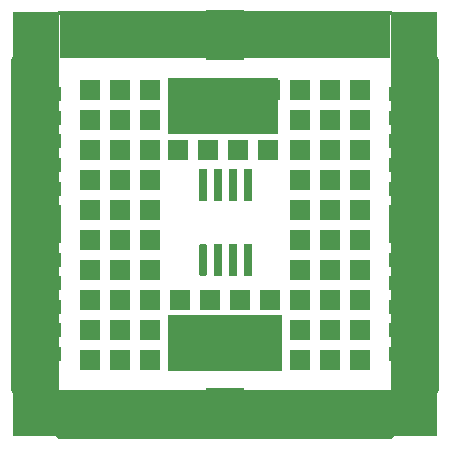
<source format=gts>
%FSLAX24Y24*%
%MOIN*%
G70*
G01*
G75*
G04 Layer_Color=8388736*
G04:AMPARAMS|DCode=10|XSize=100mil|YSize=17mil|CornerRadius=0mil|HoleSize=0mil|Usage=FLASHONLY|Rotation=90.000|XOffset=0mil|YOffset=0mil|HoleType=Round|Shape=Octagon|*
%AMOCTAGOND10*
4,1,8,0.0043,0.0500,-0.0043,0.0500,-0.0085,0.0458,-0.0085,-0.0458,-0.0043,-0.0500,0.0043,-0.0500,0.0085,-0.0458,0.0085,0.0458,0.0043,0.0500,0.0*
%
%ADD10OCTAGOND10*%

%ADD11R,0.0170X0.1000*%
%ADD12C,0.0100*%
%ADD13C,0.0200*%
%ADD14R,0.0625X0.0625*%
%ADD15R,0.0625X0.0625*%
%ADD16R,0.1575X0.0394*%
%ADD17R,0.1181X0.0394*%
%ADD18R,0.1575X0.1181*%
%ADD19R,0.1181X0.1575*%
%ADD20R,0.0197X0.0315*%
%ADD21R,0.0350X0.0310*%
%ADD22R,0.3700X0.1900*%
%ADD23R,0.3800X0.1900*%
%ADD24R,0.1575X1.2598*%
%ADD25R,1.4173X0.1575*%
%ADD26R,0.1575X1.2598*%
%ADD27R,1.1024X0.1575*%
G04:AMPARAMS|DCode=28|XSize=108mil|YSize=25mil|CornerRadius=0mil|HoleSize=0mil|Usage=FLASHONLY|Rotation=90.000|XOffset=0mil|YOffset=0mil|HoleType=Round|Shape=Octagon|*
%AMOCTAGOND28*
4,1,8,0.0063,0.0540,-0.0063,0.0540,-0.0125,0.0478,-0.0125,-0.0478,-0.0063,-0.0540,0.0063,-0.0540,0.0125,-0.0478,0.0125,0.0478,0.0063,0.0540,0.0*
%
%ADD28OCTAGOND28*%

%ADD29R,0.0250X0.1080*%
%ADD30R,0.0705X0.0705*%
%ADD31R,0.0705X0.0705*%
%ADD32R,0.0080X0.0080*%
%ADD33R,0.1655X0.0474*%
%ADD34R,0.1261X0.0474*%
%ADD35R,0.1655X0.1261*%
%ADD36R,0.1261X0.1655*%
D12*
X32984Y37101D02*
X44008D01*
X45582Y35526D01*
Y24502D02*
Y35526D01*
X44008Y22927D02*
X45582Y24502D01*
X32984Y22927D02*
X44008D01*
X31409Y24502D02*
X32984Y22927D01*
X31409Y24502D02*
Y35526D01*
X32984Y37101D01*
D22*
X38450Y33950D02*
D03*
D23*
X38500Y26050D02*
D03*
D24*
X32197Y30801D02*
D03*
D25*
X38496Y23715D02*
D03*
D26*
X44795Y30801D02*
D03*
D27*
X38496Y36313D02*
D03*
D28*
X37774Y28812D02*
D03*
D29*
X38274D02*
D03*
X38774D02*
D03*
X39274D02*
D03*
X37774Y31312D02*
D03*
X38274D02*
D03*
X38774D02*
D03*
X39274D02*
D03*
D30*
X34000Y33500D02*
D03*
Y32500D02*
D03*
Y31500D02*
D03*
Y30500D02*
D03*
Y29500D02*
D03*
Y28500D02*
D03*
Y27500D02*
D03*
Y26500D02*
D03*
X35000Y33500D02*
D03*
Y32500D02*
D03*
Y31500D02*
D03*
Y30500D02*
D03*
Y29500D02*
D03*
Y28500D02*
D03*
Y27500D02*
D03*
Y26500D02*
D03*
X36000Y33500D02*
D03*
Y32500D02*
D03*
Y31500D02*
D03*
Y30500D02*
D03*
Y29500D02*
D03*
Y28500D02*
D03*
Y27500D02*
D03*
Y26500D02*
D03*
X41000D02*
D03*
Y27500D02*
D03*
Y28500D02*
D03*
Y29500D02*
D03*
Y30500D02*
D03*
Y31500D02*
D03*
Y32500D02*
D03*
Y33500D02*
D03*
X42000Y26500D02*
D03*
Y27500D02*
D03*
Y28500D02*
D03*
Y29500D02*
D03*
Y30500D02*
D03*
Y31500D02*
D03*
Y32500D02*
D03*
Y33500D02*
D03*
X43000Y26500D02*
D03*
Y27500D02*
D03*
Y28500D02*
D03*
Y29500D02*
D03*
Y30500D02*
D03*
Y31500D02*
D03*
Y32500D02*
D03*
Y33500D02*
D03*
D31*
X37000Y25500D02*
D03*
X36000D02*
D03*
X35000D02*
D03*
X34000D02*
D03*
X37000Y34500D02*
D03*
X36000D02*
D03*
X35000D02*
D03*
X34000D02*
D03*
X43000Y25500D02*
D03*
X42000D02*
D03*
X41000D02*
D03*
X40000D02*
D03*
X43000Y34500D02*
D03*
X42000D02*
D03*
X41000D02*
D03*
X40000D02*
D03*
Y27500D02*
D03*
X39000D02*
D03*
X38000D02*
D03*
X37000D02*
D03*
X36925Y32486D02*
D03*
X37925D02*
D03*
X38925D02*
D03*
X39925D02*
D03*
D32*
X44982Y36313D02*
D03*
X44992Y23715D02*
D03*
X32394D02*
D03*
Y36313D02*
D03*
D33*
X32197Y34345D02*
D03*
Y25683D02*
D03*
X44795Y25683D02*
D03*
Y34345D02*
D03*
D34*
X32394Y33557D02*
D03*
Y32770D02*
D03*
Y31982D02*
D03*
Y31195D02*
D03*
Y28833D02*
D03*
Y28045D02*
D03*
Y27258D02*
D03*
Y26471D02*
D03*
X44598D02*
D03*
Y27258D02*
D03*
Y28045D02*
D03*
Y28833D02*
D03*
Y31195D02*
D03*
Y31982D02*
D03*
Y32770D02*
D03*
Y33557D02*
D03*
D35*
X32197Y30014D02*
D03*
X44795D02*
D03*
D36*
X38496Y23715D02*
D03*
Y36313D02*
D03*
M02*

</source>
